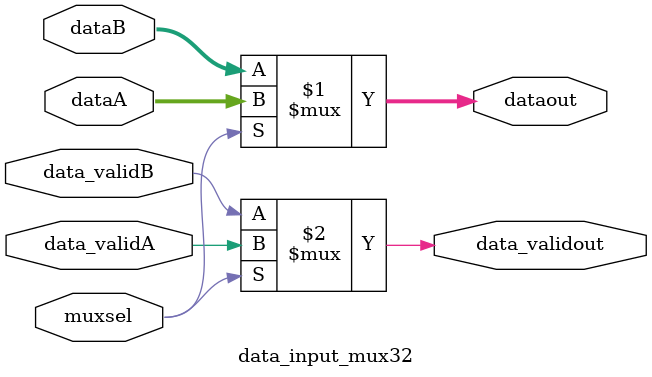
<source format=v>
`timescale 1ns / 1ps


module data_input_mux32(
        input data_validA,
        input data_validB,
        input [31:0] dataA,
        input [31:0] dataB,
        input muxsel,
        output [31:0] dataout,
        output data_validout
    );

    assign dataout = muxsel? dataA : dataB;
    assign data_validout = muxsel? data_validA : data_validB;
endmodule

</source>
